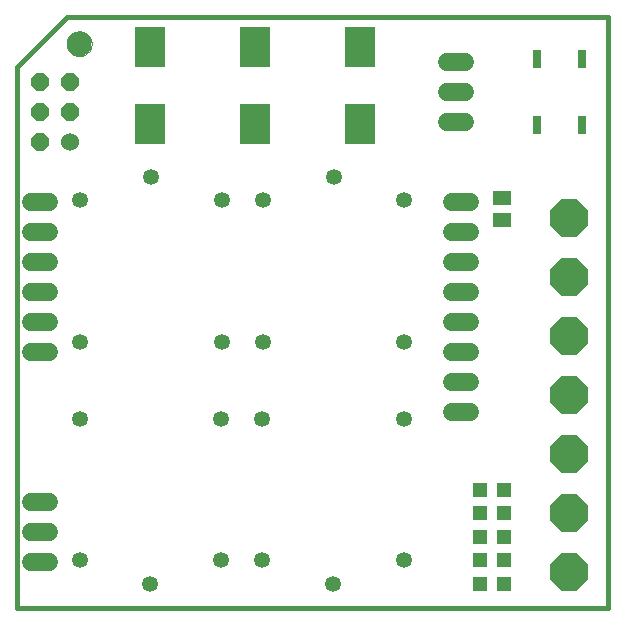
<source format=gts>
G75*
%MOIN*%
%OFA0B0*%
%FSLAX24Y24*%
%IPPOS*%
%LPD*%
%AMOC8*
5,1,8,0,0,1.08239X$1,22.5*
%
%ADD10C,0.0160*%
%ADD11C,0.0000*%
%ADD12C,0.0827*%
%ADD13OC8,0.1250*%
%ADD14R,0.0472X0.0472*%
%ADD15C,0.0531*%
%ADD16C,0.0591*%
%ADD17R,0.0984X0.1378*%
%ADD18C,0.0600*%
%ADD19OC8,0.0600*%
%ADD20C,0.0600*%
%ADD21R,0.0300X0.0600*%
%ADD22R,0.0591X0.0512*%
D10*
X000180Y000180D02*
X019865Y000180D01*
X019865Y019865D01*
X001834Y019865D01*
X000180Y018211D01*
X000180Y000180D01*
D11*
X001834Y018979D02*
X001836Y019019D01*
X001842Y019060D01*
X001852Y019099D01*
X001865Y019137D01*
X001883Y019174D01*
X001904Y019208D01*
X001928Y019241D01*
X001955Y019271D01*
X001985Y019298D01*
X002018Y019322D01*
X002052Y019343D01*
X002089Y019361D01*
X002127Y019374D01*
X002166Y019384D01*
X002207Y019390D01*
X002247Y019392D01*
X002287Y019390D01*
X002328Y019384D01*
X002367Y019374D01*
X002405Y019361D01*
X002442Y019343D01*
X002476Y019322D01*
X002509Y019298D01*
X002539Y019271D01*
X002566Y019241D01*
X002590Y019208D01*
X002611Y019174D01*
X002629Y019137D01*
X002642Y019099D01*
X002652Y019060D01*
X002658Y019019D01*
X002660Y018979D01*
X002658Y018939D01*
X002652Y018898D01*
X002642Y018859D01*
X002629Y018821D01*
X002611Y018784D01*
X002590Y018750D01*
X002566Y018717D01*
X002539Y018687D01*
X002509Y018660D01*
X002476Y018636D01*
X002442Y018615D01*
X002405Y018597D01*
X002367Y018584D01*
X002328Y018574D01*
X002287Y018568D01*
X002247Y018566D01*
X002207Y018568D01*
X002166Y018574D01*
X002127Y018584D01*
X002089Y018597D01*
X002052Y018615D01*
X002018Y018636D01*
X001985Y018660D01*
X001955Y018687D01*
X001928Y018717D01*
X001904Y018750D01*
X001883Y018784D01*
X001865Y018821D01*
X001852Y018859D01*
X001842Y018898D01*
X001836Y018939D01*
X001834Y018979D01*
D12*
X002247Y018979D03*
D13*
X018566Y013172D03*
X018566Y011204D03*
X018566Y009235D03*
X018566Y007267D03*
X018566Y005298D03*
X018566Y003330D03*
X018566Y001361D03*
D14*
X016420Y000967D03*
X016420Y001755D03*
X016420Y002542D03*
X016420Y003330D03*
X016420Y004117D03*
X015593Y004117D03*
X015593Y003330D03*
X015593Y002542D03*
X015593Y001755D03*
X015593Y000967D03*
D15*
X013062Y001759D03*
X010700Y000971D03*
X008337Y001759D03*
X006979Y001759D03*
X004617Y000971D03*
X002255Y001759D03*
X002255Y006483D03*
X002278Y009034D03*
X002278Y013759D03*
X004641Y014546D03*
X007003Y013759D03*
X008361Y013759D03*
X010723Y014546D03*
X013086Y013759D03*
X013086Y009034D03*
X013062Y006483D03*
X008337Y006483D03*
X006979Y006483D03*
X007003Y009034D03*
X008361Y009034D03*
D16*
X014511Y016365D02*
X015101Y016365D01*
X015101Y017365D02*
X014511Y017365D01*
X014511Y018365D02*
X015101Y018365D01*
D17*
X011617Y018861D03*
X011617Y016302D03*
X008113Y016302D03*
X008113Y018861D03*
X004609Y018861D03*
X004609Y016302D03*
D18*
X001930Y015715D03*
D19*
X000930Y015715D03*
X000930Y016715D03*
X001930Y016715D03*
X001930Y017715D03*
X000930Y017715D03*
D20*
X001230Y013715D02*
X000630Y013715D01*
X000630Y012715D02*
X001230Y012715D01*
X001230Y011715D02*
X000630Y011715D01*
X000630Y010715D02*
X001230Y010715D01*
X001230Y009715D02*
X000630Y009715D01*
X000630Y008715D02*
X001230Y008715D01*
X001230Y003715D02*
X000630Y003715D01*
X000630Y002715D02*
X001230Y002715D01*
X001230Y001715D02*
X000630Y001715D01*
X014683Y006715D02*
X015283Y006715D01*
X015283Y007715D02*
X014683Y007715D01*
X014683Y008715D02*
X015283Y008715D01*
X015283Y009715D02*
X014683Y009715D01*
X014683Y010715D02*
X015283Y010715D01*
X015283Y011715D02*
X014683Y011715D01*
X014683Y012715D02*
X015283Y012715D01*
X015283Y013715D02*
X014683Y013715D01*
D21*
X017501Y016265D03*
X019001Y016265D03*
X019001Y018465D03*
X017501Y018465D03*
D22*
X016322Y013841D03*
X016322Y013093D03*
M02*

</source>
